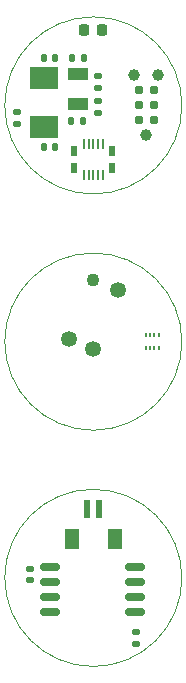
<source format=gbr>
%TF.GenerationSoftware,KiCad,Pcbnew,9.0.0*%
%TF.CreationDate,2025-03-13T16:46:45-04:00*%
%TF.ProjectId,IngestibleCapsule-Board_larger_vias,496e6765-7374-4696-926c-654361707375,rev?*%
%TF.SameCoordinates,Original*%
%TF.FileFunction,Soldermask,Bot*%
%TF.FilePolarity,Negative*%
%FSLAX46Y46*%
G04 Gerber Fmt 4.6, Leading zero omitted, Abs format (unit mm)*
G04 Created by KiCad (PCBNEW 9.0.0) date 2025-03-13 16:46:45*
%MOMM*%
%LPD*%
G01*
G04 APERTURE LIST*
G04 Aperture macros list*
%AMRoundRect*
0 Rectangle with rounded corners*
0 $1 Rounding radius*
0 $2 $3 $4 $5 $6 $7 $8 $9 X,Y pos of 4 corners*
0 Add a 4 corners polygon primitive as box body*
4,1,4,$2,$3,$4,$5,$6,$7,$8,$9,$2,$3,0*
0 Add four circle primitives for the rounded corners*
1,1,$1+$1,$2,$3*
1,1,$1+$1,$4,$5*
1,1,$1+$1,$6,$7*
1,1,$1+$1,$8,$9*
0 Add four rect primitives between the rounded corners*
20,1,$1+$1,$2,$3,$4,$5,0*
20,1,$1+$1,$4,$5,$6,$7,0*
20,1,$1+$1,$6,$7,$8,$9,0*
20,1,$1+$1,$8,$9,$2,$3,0*%
G04 Aperture macros list end*
%ADD10C,1.350000*%
%ADD11C,1.100000*%
%ADD12R,2.400000X1.900000*%
%ADD13R,0.220000X0.900000*%
%ADD14R,0.500000X0.850000*%
%ADD15C,0.990600*%
%ADD16C,0.787400*%
%ADD17R,0.600000X1.550000*%
%ADD18R,1.200000X1.800000*%
%ADD19RoundRect,0.135000X-0.185000X0.135000X-0.185000X-0.135000X0.185000X-0.135000X0.185000X0.135000X0*%
%ADD20RoundRect,0.140000X0.140000X0.170000X-0.140000X0.170000X-0.140000X-0.170000X0.140000X-0.170000X0*%
%ADD21RoundRect,0.225000X-0.225000X-0.250000X0.225000X-0.250000X0.225000X0.250000X-0.225000X0.250000X0*%
%ADD22RoundRect,0.140000X-0.140000X-0.170000X0.140000X-0.170000X0.140000X0.170000X-0.140000X0.170000X0*%
%ADD23RoundRect,0.147500X0.172500X-0.147500X0.172500X0.147500X-0.172500X0.147500X-0.172500X-0.147500X0*%
%ADD24RoundRect,0.140000X-0.170000X0.140000X-0.170000X-0.140000X0.170000X-0.140000X0.170000X0.140000X0*%
%ADD25RoundRect,0.162500X0.650000X0.162500X-0.650000X0.162500X-0.650000X-0.162500X0.650000X-0.162500X0*%
%ADD26R,0.230000X0.350000*%
%ADD27R,1.800000X1.000000*%
%TA.AperFunction,Profile*%
%ADD28C,0.050000*%
%TD*%
G04 APERTURE END LIST*
D10*
%TO.C,U2*%
X100000000Y-95600000D03*
X102065000Y-90615000D03*
D11*
X100000000Y-89760000D03*
D10*
X97935000Y-94745000D03*
%TD*%
D12*
%TO.C,Y1*%
X95800000Y-76800000D03*
X95800000Y-72700000D03*
%TD*%
D13*
%TO.C,J5*%
X100800001Y-78285001D03*
X100399999Y-78285001D03*
X100000000Y-78285001D03*
X99600001Y-78285001D03*
X99199999Y-78285001D03*
X100800001Y-80914999D03*
X100399999Y-80914999D03*
X100000000Y-80914999D03*
X99600001Y-80914999D03*
X99199999Y-80914999D03*
D14*
X101600000Y-80340000D03*
X98400003Y-80340000D03*
X101600000Y-78860000D03*
X98400003Y-78860000D03*
%TD*%
D15*
%TO.C,J1*%
X104465000Y-77510000D03*
X103449000Y-72430000D03*
X105481000Y-72430000D03*
D16*
X103830000Y-76240000D03*
X105100000Y-76240000D03*
X103830000Y-74970000D03*
X105100000Y-74970000D03*
X103830000Y-73700000D03*
X105100000Y-73700000D03*
%TD*%
D17*
%TO.C,J6*%
X100500000Y-109163000D03*
X99500000Y-109163000D03*
D18*
X101800000Y-111688000D03*
X98200000Y-111688000D03*
%TD*%
D19*
%TO.C,R4*%
X100400000Y-74590000D03*
X100400000Y-75610000D03*
%TD*%
D20*
%TO.C,C2*%
X96760000Y-78500000D03*
X95800000Y-78500000D03*
%TD*%
D19*
%TO.C,R8*%
X103597500Y-119610000D03*
X103597500Y-120630000D03*
%TD*%
D21*
%TO.C,C24*%
X99225000Y-68600000D03*
X100775000Y-68600000D03*
%TD*%
D22*
%TO.C,C4*%
X98140000Y-76300000D03*
X99100000Y-76300000D03*
%TD*%
D23*
%TO.C,D1*%
X100400000Y-73485000D03*
X100400000Y-72515000D03*
%TD*%
D19*
%TO.C,R1*%
X93500000Y-75590000D03*
X93500000Y-76610000D03*
%TD*%
D24*
%TO.C,C14*%
X94597500Y-114235000D03*
X94597500Y-115195000D03*
%TD*%
D25*
%TO.C,U4*%
X103535000Y-114090000D03*
X103535000Y-115360000D03*
X103535000Y-116630000D03*
X103535000Y-117900000D03*
X96360000Y-117900000D03*
X96360000Y-116630000D03*
X96360000Y-115360000D03*
X96360000Y-114090000D03*
%TD*%
D26*
%TO.C,J3*%
X104475000Y-94425000D03*
X104475000Y-95575000D03*
X104824999Y-94425000D03*
X104824999Y-95575000D03*
X105175001Y-94425000D03*
X105175001Y-95575000D03*
X105525000Y-94425000D03*
X105525000Y-95575000D03*
%TD*%
D20*
%TO.C,C1*%
X96760000Y-71000000D03*
X95800000Y-71000000D03*
%TD*%
D22*
%TO.C,C3*%
X98220000Y-71000000D03*
X99180000Y-71000000D03*
%TD*%
D27*
%TO.C,Y2*%
X98671772Y-74850000D03*
X98671772Y-72350000D03*
%TD*%
D28*
X107500000Y-115000000D02*
G75*
G02*
X92500000Y-115000000I-7500000J0D01*
G01*
X92500000Y-115000000D02*
G75*
G02*
X107500000Y-115000000I7500000J0D01*
G01*
X107500000Y-95000000D02*
G75*
G02*
X92500000Y-95000000I-7500000J0D01*
G01*
X92500000Y-95000000D02*
G75*
G02*
X107500000Y-95000000I7500000J0D01*
G01*
X107500000Y-75000000D02*
G75*
G02*
X92500000Y-75000000I-7500000J0D01*
G01*
X92500000Y-75000000D02*
G75*
G02*
X107500000Y-75000000I7500000J0D01*
G01*
M02*

</source>
